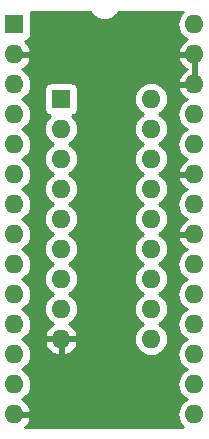
<source format=gbr>
G04 #@! TF.GenerationSoftware,KiCad,Pcbnew,(5.1.4)-1*
G04 #@! TF.CreationDate,2021-03-20T22:52:07-04:00*
G04 #@! TF.ProjectId,27C256_to_82s137,32374332-3536-45f7-946f-5f3832733133,rev?*
G04 #@! TF.SameCoordinates,Original*
G04 #@! TF.FileFunction,Copper,L2,Bot*
G04 #@! TF.FilePolarity,Positive*
%FSLAX46Y46*%
G04 Gerber Fmt 4.6, Leading zero omitted, Abs format (unit mm)*
G04 Created by KiCad (PCBNEW (5.1.4)-1) date 2021-03-20 22:52:07*
%MOMM*%
%LPD*%
G04 APERTURE LIST*
%ADD10O,1.600000X1.600000*%
%ADD11R,1.600000X1.600000*%
%ADD12C,0.254000*%
G04 APERTURE END LIST*
D10*
X170300000Y-83560000D03*
X162680000Y-103880000D03*
X170300000Y-86100000D03*
X162680000Y-101340000D03*
X170300000Y-88640000D03*
X162680000Y-98800000D03*
X170300000Y-91180000D03*
X162680000Y-96260000D03*
X170300000Y-93720000D03*
X162680000Y-93720000D03*
X170300000Y-96260000D03*
X162680000Y-91180000D03*
X170300000Y-98800000D03*
X162680000Y-88640000D03*
X170300000Y-101340000D03*
X162680000Y-86100000D03*
X170300000Y-103880000D03*
D11*
X162680000Y-83560000D03*
D10*
X173975001Y-77235001D03*
X158735001Y-110255001D03*
X173975001Y-79775001D03*
X158735001Y-107715001D03*
X173975001Y-82315001D03*
X158735001Y-105175001D03*
X173975001Y-84855001D03*
X158735001Y-102635001D03*
X173975001Y-87395001D03*
X158735001Y-100095001D03*
X173975001Y-89935001D03*
X158735001Y-97555001D03*
X173975001Y-92475001D03*
X158735001Y-95015001D03*
X173975001Y-95015001D03*
X158735001Y-92475001D03*
X173975001Y-97555001D03*
X158735001Y-89935001D03*
X173975001Y-100095001D03*
X158735001Y-87395001D03*
X173975001Y-102635001D03*
X158735001Y-84855001D03*
X173975001Y-105175001D03*
X158735001Y-82315001D03*
X173975001Y-107715001D03*
X158735001Y-79775001D03*
X173975001Y-110255001D03*
D11*
X158735001Y-77235001D03*
D12*
G36*
X165164235Y-76222123D02*
G01*
X165197672Y-76271695D01*
X165230438Y-76321768D01*
X165236263Y-76328909D01*
X165327077Y-76438685D01*
X165369494Y-76480807D01*
X165411376Y-76523576D01*
X165418477Y-76529450D01*
X165528884Y-76619496D01*
X165578721Y-76652608D01*
X165628068Y-76686396D01*
X165636174Y-76690779D01*
X165761969Y-76757665D01*
X165817261Y-76780454D01*
X165872257Y-76804026D01*
X165881060Y-76806751D01*
X166017451Y-76847929D01*
X166076117Y-76859545D01*
X166134638Y-76871984D01*
X166143803Y-76872947D01*
X166285594Y-76886850D01*
X166314440Y-76886850D01*
X166343116Y-76889964D01*
X166352331Y-76889996D01*
X166357427Y-76889978D01*
X166386095Y-76887065D01*
X166414912Y-76887266D01*
X166424083Y-76886367D01*
X166565774Y-76871475D01*
X166624390Y-76859443D01*
X166683134Y-76848237D01*
X166691956Y-76845573D01*
X166828055Y-76803443D01*
X166883173Y-76780273D01*
X166938662Y-76757855D01*
X166946798Y-76753528D01*
X167072123Y-76685765D01*
X167121695Y-76652328D01*
X167171768Y-76619562D01*
X167178909Y-76613737D01*
X167288685Y-76522923D01*
X167330807Y-76480506D01*
X167373576Y-76438624D01*
X167379450Y-76431523D01*
X167469496Y-76321116D01*
X167502608Y-76271279D01*
X167536396Y-76221932D01*
X167540779Y-76213826D01*
X167569399Y-76160000D01*
X173022890Y-76160000D01*
X172955393Y-76215393D01*
X172776069Y-76433900D01*
X172642819Y-76683193D01*
X172560765Y-76953692D01*
X172533058Y-77235001D01*
X172560765Y-77516310D01*
X172642819Y-77786809D01*
X172776069Y-78036102D01*
X172955393Y-78254609D01*
X173173900Y-78433933D01*
X173311683Y-78507580D01*
X173119870Y-78622616D01*
X172911482Y-78811587D01*
X172743964Y-79037581D01*
X172623755Y-79291914D01*
X172583097Y-79425962D01*
X172705086Y-79648001D01*
X173848001Y-79648001D01*
X173848001Y-79628001D01*
X174102001Y-79628001D01*
X174102001Y-79648001D01*
X174122001Y-79648001D01*
X174122001Y-79902001D01*
X174102001Y-79902001D01*
X174102001Y-82188001D01*
X174122001Y-82188001D01*
X174122001Y-82442001D01*
X174102001Y-82442001D01*
X174102001Y-82462001D01*
X173848001Y-82462001D01*
X173848001Y-82442001D01*
X172705086Y-82442001D01*
X172583097Y-82664040D01*
X172623755Y-82798088D01*
X172743964Y-83052421D01*
X172911482Y-83278415D01*
X173119870Y-83467386D01*
X173311683Y-83582422D01*
X173173900Y-83656069D01*
X172955393Y-83835393D01*
X172776069Y-84053900D01*
X172642819Y-84303193D01*
X172560765Y-84573692D01*
X172533058Y-84855001D01*
X172560765Y-85136310D01*
X172642819Y-85406809D01*
X172776069Y-85656102D01*
X172955393Y-85874609D01*
X173173900Y-86053933D01*
X173306859Y-86125001D01*
X173173900Y-86196069D01*
X172955393Y-86375393D01*
X172776069Y-86593900D01*
X172642819Y-86843193D01*
X172560765Y-87113692D01*
X172533058Y-87395001D01*
X172560765Y-87676310D01*
X172642819Y-87946809D01*
X172776069Y-88196102D01*
X172955393Y-88414609D01*
X173173900Y-88593933D01*
X173311683Y-88667580D01*
X173119870Y-88782616D01*
X172911482Y-88971587D01*
X172743964Y-89197581D01*
X172623755Y-89451914D01*
X172583097Y-89585962D01*
X172705086Y-89808001D01*
X173848001Y-89808001D01*
X173848001Y-89788001D01*
X174102001Y-89788001D01*
X174102001Y-89808001D01*
X174122001Y-89808001D01*
X174122001Y-90062001D01*
X174102001Y-90062001D01*
X174102001Y-90082001D01*
X173848001Y-90082001D01*
X173848001Y-90062001D01*
X172705086Y-90062001D01*
X172583097Y-90284040D01*
X172623755Y-90418088D01*
X172743964Y-90672421D01*
X172911482Y-90898415D01*
X173119870Y-91087386D01*
X173311683Y-91202422D01*
X173173900Y-91276069D01*
X172955393Y-91455393D01*
X172776069Y-91673900D01*
X172642819Y-91923193D01*
X172560765Y-92193692D01*
X172533058Y-92475001D01*
X172560765Y-92756310D01*
X172642819Y-93026809D01*
X172776069Y-93276102D01*
X172955393Y-93494609D01*
X173173900Y-93673933D01*
X173311683Y-93747580D01*
X173119870Y-93862616D01*
X172911482Y-94051587D01*
X172743964Y-94277581D01*
X172623755Y-94531914D01*
X172583097Y-94665962D01*
X172705086Y-94888001D01*
X173848001Y-94888001D01*
X173848001Y-94868001D01*
X174102001Y-94868001D01*
X174102001Y-94888001D01*
X174122001Y-94888001D01*
X174122001Y-95142001D01*
X174102001Y-95142001D01*
X174102001Y-95162001D01*
X173848001Y-95162001D01*
X173848001Y-95142001D01*
X172705086Y-95142001D01*
X172583097Y-95364040D01*
X172623755Y-95498088D01*
X172743964Y-95752421D01*
X172911482Y-95978415D01*
X173119870Y-96167386D01*
X173311683Y-96282422D01*
X173173900Y-96356069D01*
X172955393Y-96535393D01*
X172776069Y-96753900D01*
X172642819Y-97003193D01*
X172560765Y-97273692D01*
X172533058Y-97555001D01*
X172560765Y-97836310D01*
X172642819Y-98106809D01*
X172776069Y-98356102D01*
X172955393Y-98574609D01*
X173173900Y-98753933D01*
X173306859Y-98825001D01*
X173173900Y-98896069D01*
X172955393Y-99075393D01*
X172776069Y-99293900D01*
X172642819Y-99543193D01*
X172560765Y-99813692D01*
X172533058Y-100095001D01*
X172560765Y-100376310D01*
X172642819Y-100646809D01*
X172776069Y-100896102D01*
X172955393Y-101114609D01*
X173173900Y-101293933D01*
X173306859Y-101365001D01*
X173173900Y-101436069D01*
X172955393Y-101615393D01*
X172776069Y-101833900D01*
X172642819Y-102083193D01*
X172560765Y-102353692D01*
X172533058Y-102635001D01*
X172560765Y-102916310D01*
X172642819Y-103186809D01*
X172776069Y-103436102D01*
X172955393Y-103654609D01*
X173173900Y-103833933D01*
X173306859Y-103905001D01*
X173173900Y-103976069D01*
X172955393Y-104155393D01*
X172776069Y-104373900D01*
X172642819Y-104623193D01*
X172560765Y-104893692D01*
X172533058Y-105175001D01*
X172560765Y-105456310D01*
X172642819Y-105726809D01*
X172776069Y-105976102D01*
X172955393Y-106194609D01*
X173173900Y-106373933D01*
X173306859Y-106445001D01*
X173173900Y-106516069D01*
X172955393Y-106695393D01*
X172776069Y-106913900D01*
X172642819Y-107163193D01*
X172560765Y-107433692D01*
X172533058Y-107715001D01*
X172560765Y-107996310D01*
X172642819Y-108266809D01*
X172776069Y-108516102D01*
X172955393Y-108734609D01*
X173173900Y-108913933D01*
X173306859Y-108985001D01*
X173173900Y-109056069D01*
X172955393Y-109235393D01*
X172776069Y-109453900D01*
X172642819Y-109703193D01*
X172560765Y-109973692D01*
X172533058Y-110255001D01*
X172560765Y-110536310D01*
X172642819Y-110806809D01*
X172776069Y-111056102D01*
X172955393Y-111274609D01*
X173035072Y-111340000D01*
X159664442Y-111340000D01*
X159798520Y-111218415D01*
X159966038Y-110992421D01*
X160086247Y-110738088D01*
X160126905Y-110604040D01*
X160004916Y-110382001D01*
X158862001Y-110382001D01*
X158862001Y-110402001D01*
X158608001Y-110402001D01*
X158608001Y-110382001D01*
X158588001Y-110382001D01*
X158588001Y-110128001D01*
X158608001Y-110128001D01*
X158608001Y-110108001D01*
X158862001Y-110108001D01*
X158862001Y-110128001D01*
X160004916Y-110128001D01*
X160126905Y-109905962D01*
X160086247Y-109771914D01*
X159966038Y-109517581D01*
X159798520Y-109291587D01*
X159590132Y-109102616D01*
X159398319Y-108987580D01*
X159536102Y-108913933D01*
X159754609Y-108734609D01*
X159933933Y-108516102D01*
X160067183Y-108266809D01*
X160149237Y-107996310D01*
X160176944Y-107715001D01*
X160149237Y-107433692D01*
X160067183Y-107163193D01*
X159933933Y-106913900D01*
X159754609Y-106695393D01*
X159536102Y-106516069D01*
X159403143Y-106445001D01*
X159536102Y-106373933D01*
X159754609Y-106194609D01*
X159933933Y-105976102D01*
X160067183Y-105726809D01*
X160149237Y-105456310D01*
X160176944Y-105175001D01*
X160149237Y-104893692D01*
X160067183Y-104623193D01*
X159933933Y-104373900D01*
X159815049Y-104229039D01*
X161288096Y-104229039D01*
X161328754Y-104363087D01*
X161448963Y-104617420D01*
X161616481Y-104843414D01*
X161824869Y-105032385D01*
X162066119Y-105177070D01*
X162330960Y-105271909D01*
X162553000Y-105150624D01*
X162553000Y-104007000D01*
X162807000Y-104007000D01*
X162807000Y-105150624D01*
X163029040Y-105271909D01*
X163293881Y-105177070D01*
X163535131Y-105032385D01*
X163743519Y-104843414D01*
X163911037Y-104617420D01*
X164031246Y-104363087D01*
X164071904Y-104229039D01*
X163949915Y-104007000D01*
X162807000Y-104007000D01*
X162553000Y-104007000D01*
X161410085Y-104007000D01*
X161288096Y-104229039D01*
X159815049Y-104229039D01*
X159754609Y-104155393D01*
X159536102Y-103976069D01*
X159403143Y-103905001D01*
X159536102Y-103833933D01*
X159754609Y-103654609D01*
X159933933Y-103436102D01*
X160067183Y-103186809D01*
X160149237Y-102916310D01*
X160176944Y-102635001D01*
X160149237Y-102353692D01*
X160067183Y-102083193D01*
X159933933Y-101833900D01*
X159754609Y-101615393D01*
X159536102Y-101436069D01*
X159403143Y-101365001D01*
X159536102Y-101293933D01*
X159754609Y-101114609D01*
X159933933Y-100896102D01*
X160067183Y-100646809D01*
X160149237Y-100376310D01*
X160176944Y-100095001D01*
X160149237Y-99813692D01*
X160067183Y-99543193D01*
X159933933Y-99293900D01*
X159754609Y-99075393D01*
X159536102Y-98896069D01*
X159403143Y-98825001D01*
X159536102Y-98753933D01*
X159754609Y-98574609D01*
X159933933Y-98356102D01*
X160067183Y-98106809D01*
X160149237Y-97836310D01*
X160176944Y-97555001D01*
X160149237Y-97273692D01*
X160067183Y-97003193D01*
X159933933Y-96753900D01*
X159754609Y-96535393D01*
X159536102Y-96356069D01*
X159403143Y-96285001D01*
X159536102Y-96213933D01*
X159754609Y-96034609D01*
X159933933Y-95816102D01*
X160067183Y-95566809D01*
X160149237Y-95296310D01*
X160176944Y-95015001D01*
X160149237Y-94733692D01*
X160067183Y-94463193D01*
X159933933Y-94213900D01*
X159754609Y-93995393D01*
X159536102Y-93816069D01*
X159403143Y-93745001D01*
X159536102Y-93673933D01*
X159754609Y-93494609D01*
X159933933Y-93276102D01*
X160067183Y-93026809D01*
X160149237Y-92756310D01*
X160176944Y-92475001D01*
X160149237Y-92193692D01*
X160067183Y-91923193D01*
X159933933Y-91673900D01*
X159754609Y-91455393D01*
X159536102Y-91276069D01*
X159403143Y-91205001D01*
X159536102Y-91133933D01*
X159754609Y-90954609D01*
X159933933Y-90736102D01*
X160067183Y-90486809D01*
X160149237Y-90216310D01*
X160176944Y-89935001D01*
X160149237Y-89653692D01*
X160067183Y-89383193D01*
X159933933Y-89133900D01*
X159754609Y-88915393D01*
X159536102Y-88736069D01*
X159403143Y-88665001D01*
X159536102Y-88593933D01*
X159754609Y-88414609D01*
X159933933Y-88196102D01*
X160067183Y-87946809D01*
X160149237Y-87676310D01*
X160176944Y-87395001D01*
X160149237Y-87113692D01*
X160067183Y-86843193D01*
X159933933Y-86593900D01*
X159754609Y-86375393D01*
X159536102Y-86196069D01*
X159403143Y-86125001D01*
X159449916Y-86100000D01*
X161238057Y-86100000D01*
X161265764Y-86381309D01*
X161347818Y-86651808D01*
X161481068Y-86901101D01*
X161660392Y-87119608D01*
X161878899Y-87298932D01*
X162011858Y-87370000D01*
X161878899Y-87441068D01*
X161660392Y-87620392D01*
X161481068Y-87838899D01*
X161347818Y-88088192D01*
X161265764Y-88358691D01*
X161238057Y-88640000D01*
X161265764Y-88921309D01*
X161347818Y-89191808D01*
X161481068Y-89441101D01*
X161660392Y-89659608D01*
X161878899Y-89838932D01*
X162011858Y-89910000D01*
X161878899Y-89981068D01*
X161660392Y-90160392D01*
X161481068Y-90378899D01*
X161347818Y-90628192D01*
X161265764Y-90898691D01*
X161238057Y-91180000D01*
X161265764Y-91461309D01*
X161347818Y-91731808D01*
X161481068Y-91981101D01*
X161660392Y-92199608D01*
X161878899Y-92378932D01*
X162011858Y-92450000D01*
X161878899Y-92521068D01*
X161660392Y-92700392D01*
X161481068Y-92918899D01*
X161347818Y-93168192D01*
X161265764Y-93438691D01*
X161238057Y-93720000D01*
X161265764Y-94001309D01*
X161347818Y-94271808D01*
X161481068Y-94521101D01*
X161660392Y-94739608D01*
X161878899Y-94918932D01*
X162011858Y-94990000D01*
X161878899Y-95061068D01*
X161660392Y-95240392D01*
X161481068Y-95458899D01*
X161347818Y-95708192D01*
X161265764Y-95978691D01*
X161238057Y-96260000D01*
X161265764Y-96541309D01*
X161347818Y-96811808D01*
X161481068Y-97061101D01*
X161660392Y-97279608D01*
X161878899Y-97458932D01*
X162011858Y-97530000D01*
X161878899Y-97601068D01*
X161660392Y-97780392D01*
X161481068Y-97998899D01*
X161347818Y-98248192D01*
X161265764Y-98518691D01*
X161238057Y-98800000D01*
X161265764Y-99081309D01*
X161347818Y-99351808D01*
X161481068Y-99601101D01*
X161660392Y-99819608D01*
X161878899Y-99998932D01*
X162011858Y-100070000D01*
X161878899Y-100141068D01*
X161660392Y-100320392D01*
X161481068Y-100538899D01*
X161347818Y-100788192D01*
X161265764Y-101058691D01*
X161238057Y-101340000D01*
X161265764Y-101621309D01*
X161347818Y-101891808D01*
X161481068Y-102141101D01*
X161660392Y-102359608D01*
X161878899Y-102538932D01*
X162016682Y-102612579D01*
X161824869Y-102727615D01*
X161616481Y-102916586D01*
X161448963Y-103142580D01*
X161328754Y-103396913D01*
X161288096Y-103530961D01*
X161410085Y-103753000D01*
X162553000Y-103753000D01*
X162553000Y-103733000D01*
X162807000Y-103733000D01*
X162807000Y-103753000D01*
X163949915Y-103753000D01*
X164071904Y-103530961D01*
X164031246Y-103396913D01*
X163911037Y-103142580D01*
X163743519Y-102916586D01*
X163535131Y-102727615D01*
X163343318Y-102612579D01*
X163481101Y-102538932D01*
X163699608Y-102359608D01*
X163878932Y-102141101D01*
X164012182Y-101891808D01*
X164094236Y-101621309D01*
X164121943Y-101340000D01*
X164094236Y-101058691D01*
X164012182Y-100788192D01*
X163878932Y-100538899D01*
X163699608Y-100320392D01*
X163481101Y-100141068D01*
X163348142Y-100070000D01*
X163481101Y-99998932D01*
X163699608Y-99819608D01*
X163878932Y-99601101D01*
X164012182Y-99351808D01*
X164094236Y-99081309D01*
X164121943Y-98800000D01*
X164094236Y-98518691D01*
X164012182Y-98248192D01*
X163878932Y-97998899D01*
X163699608Y-97780392D01*
X163481101Y-97601068D01*
X163348142Y-97530000D01*
X163481101Y-97458932D01*
X163699608Y-97279608D01*
X163878932Y-97061101D01*
X164012182Y-96811808D01*
X164094236Y-96541309D01*
X164121943Y-96260000D01*
X164094236Y-95978691D01*
X164012182Y-95708192D01*
X163878932Y-95458899D01*
X163699608Y-95240392D01*
X163481101Y-95061068D01*
X163348142Y-94990000D01*
X163481101Y-94918932D01*
X163699608Y-94739608D01*
X163878932Y-94521101D01*
X164012182Y-94271808D01*
X164094236Y-94001309D01*
X164121943Y-93720000D01*
X164094236Y-93438691D01*
X164012182Y-93168192D01*
X163878932Y-92918899D01*
X163699608Y-92700392D01*
X163481101Y-92521068D01*
X163348142Y-92450000D01*
X163481101Y-92378932D01*
X163699608Y-92199608D01*
X163878932Y-91981101D01*
X164012182Y-91731808D01*
X164094236Y-91461309D01*
X164121943Y-91180000D01*
X164094236Y-90898691D01*
X164012182Y-90628192D01*
X163878932Y-90378899D01*
X163699608Y-90160392D01*
X163481101Y-89981068D01*
X163348142Y-89910000D01*
X163481101Y-89838932D01*
X163699608Y-89659608D01*
X163878932Y-89441101D01*
X164012182Y-89191808D01*
X164094236Y-88921309D01*
X164121943Y-88640000D01*
X164094236Y-88358691D01*
X164012182Y-88088192D01*
X163878932Y-87838899D01*
X163699608Y-87620392D01*
X163481101Y-87441068D01*
X163348142Y-87370000D01*
X163481101Y-87298932D01*
X163699608Y-87119608D01*
X163878932Y-86901101D01*
X164012182Y-86651808D01*
X164094236Y-86381309D01*
X164121943Y-86100000D01*
X164094236Y-85818691D01*
X164012182Y-85548192D01*
X163878932Y-85298899D01*
X163699608Y-85080392D01*
X163586518Y-84987581D01*
X163604482Y-84985812D01*
X163724180Y-84949502D01*
X163834494Y-84890537D01*
X163931185Y-84811185D01*
X164010537Y-84714494D01*
X164069502Y-84604180D01*
X164105812Y-84484482D01*
X164118072Y-84360000D01*
X164118072Y-83560000D01*
X168858057Y-83560000D01*
X168885764Y-83841309D01*
X168967818Y-84111808D01*
X169101068Y-84361101D01*
X169280392Y-84579608D01*
X169498899Y-84758932D01*
X169631858Y-84830000D01*
X169498899Y-84901068D01*
X169280392Y-85080392D01*
X169101068Y-85298899D01*
X168967818Y-85548192D01*
X168885764Y-85818691D01*
X168858057Y-86100000D01*
X168885764Y-86381309D01*
X168967818Y-86651808D01*
X169101068Y-86901101D01*
X169280392Y-87119608D01*
X169498899Y-87298932D01*
X169631858Y-87370000D01*
X169498899Y-87441068D01*
X169280392Y-87620392D01*
X169101068Y-87838899D01*
X168967818Y-88088192D01*
X168885764Y-88358691D01*
X168858057Y-88640000D01*
X168885764Y-88921309D01*
X168967818Y-89191808D01*
X169101068Y-89441101D01*
X169280392Y-89659608D01*
X169498899Y-89838932D01*
X169631858Y-89910000D01*
X169498899Y-89981068D01*
X169280392Y-90160392D01*
X169101068Y-90378899D01*
X168967818Y-90628192D01*
X168885764Y-90898691D01*
X168858057Y-91180000D01*
X168885764Y-91461309D01*
X168967818Y-91731808D01*
X169101068Y-91981101D01*
X169280392Y-92199608D01*
X169498899Y-92378932D01*
X169631858Y-92450000D01*
X169498899Y-92521068D01*
X169280392Y-92700392D01*
X169101068Y-92918899D01*
X168967818Y-93168192D01*
X168885764Y-93438691D01*
X168858057Y-93720000D01*
X168885764Y-94001309D01*
X168967818Y-94271808D01*
X169101068Y-94521101D01*
X169280392Y-94739608D01*
X169498899Y-94918932D01*
X169631858Y-94990000D01*
X169498899Y-95061068D01*
X169280392Y-95240392D01*
X169101068Y-95458899D01*
X168967818Y-95708192D01*
X168885764Y-95978691D01*
X168858057Y-96260000D01*
X168885764Y-96541309D01*
X168967818Y-96811808D01*
X169101068Y-97061101D01*
X169280392Y-97279608D01*
X169498899Y-97458932D01*
X169631858Y-97530000D01*
X169498899Y-97601068D01*
X169280392Y-97780392D01*
X169101068Y-97998899D01*
X168967818Y-98248192D01*
X168885764Y-98518691D01*
X168858057Y-98800000D01*
X168885764Y-99081309D01*
X168967818Y-99351808D01*
X169101068Y-99601101D01*
X169280392Y-99819608D01*
X169498899Y-99998932D01*
X169631858Y-100070000D01*
X169498899Y-100141068D01*
X169280392Y-100320392D01*
X169101068Y-100538899D01*
X168967818Y-100788192D01*
X168885764Y-101058691D01*
X168858057Y-101340000D01*
X168885764Y-101621309D01*
X168967818Y-101891808D01*
X169101068Y-102141101D01*
X169280392Y-102359608D01*
X169498899Y-102538932D01*
X169631858Y-102610000D01*
X169498899Y-102681068D01*
X169280392Y-102860392D01*
X169101068Y-103078899D01*
X168967818Y-103328192D01*
X168885764Y-103598691D01*
X168858057Y-103880000D01*
X168885764Y-104161309D01*
X168967818Y-104431808D01*
X169101068Y-104681101D01*
X169280392Y-104899608D01*
X169498899Y-105078932D01*
X169748192Y-105212182D01*
X170018691Y-105294236D01*
X170229508Y-105315000D01*
X170370492Y-105315000D01*
X170581309Y-105294236D01*
X170851808Y-105212182D01*
X171101101Y-105078932D01*
X171319608Y-104899608D01*
X171498932Y-104681101D01*
X171632182Y-104431808D01*
X171714236Y-104161309D01*
X171741943Y-103880000D01*
X171714236Y-103598691D01*
X171632182Y-103328192D01*
X171498932Y-103078899D01*
X171319608Y-102860392D01*
X171101101Y-102681068D01*
X170968142Y-102610000D01*
X171101101Y-102538932D01*
X171319608Y-102359608D01*
X171498932Y-102141101D01*
X171632182Y-101891808D01*
X171714236Y-101621309D01*
X171741943Y-101340000D01*
X171714236Y-101058691D01*
X171632182Y-100788192D01*
X171498932Y-100538899D01*
X171319608Y-100320392D01*
X171101101Y-100141068D01*
X170968142Y-100070000D01*
X171101101Y-99998932D01*
X171319608Y-99819608D01*
X171498932Y-99601101D01*
X171632182Y-99351808D01*
X171714236Y-99081309D01*
X171741943Y-98800000D01*
X171714236Y-98518691D01*
X171632182Y-98248192D01*
X171498932Y-97998899D01*
X171319608Y-97780392D01*
X171101101Y-97601068D01*
X170968142Y-97530000D01*
X171101101Y-97458932D01*
X171319608Y-97279608D01*
X171498932Y-97061101D01*
X171632182Y-96811808D01*
X171714236Y-96541309D01*
X171741943Y-96260000D01*
X171714236Y-95978691D01*
X171632182Y-95708192D01*
X171498932Y-95458899D01*
X171319608Y-95240392D01*
X171101101Y-95061068D01*
X170968142Y-94990000D01*
X171101101Y-94918932D01*
X171319608Y-94739608D01*
X171498932Y-94521101D01*
X171632182Y-94271808D01*
X171714236Y-94001309D01*
X171741943Y-93720000D01*
X171714236Y-93438691D01*
X171632182Y-93168192D01*
X171498932Y-92918899D01*
X171319608Y-92700392D01*
X171101101Y-92521068D01*
X170968142Y-92450000D01*
X171101101Y-92378932D01*
X171319608Y-92199608D01*
X171498932Y-91981101D01*
X171632182Y-91731808D01*
X171714236Y-91461309D01*
X171741943Y-91180000D01*
X171714236Y-90898691D01*
X171632182Y-90628192D01*
X171498932Y-90378899D01*
X171319608Y-90160392D01*
X171101101Y-89981068D01*
X170968142Y-89910000D01*
X171101101Y-89838932D01*
X171319608Y-89659608D01*
X171498932Y-89441101D01*
X171632182Y-89191808D01*
X171714236Y-88921309D01*
X171741943Y-88640000D01*
X171714236Y-88358691D01*
X171632182Y-88088192D01*
X171498932Y-87838899D01*
X171319608Y-87620392D01*
X171101101Y-87441068D01*
X170968142Y-87370000D01*
X171101101Y-87298932D01*
X171319608Y-87119608D01*
X171498932Y-86901101D01*
X171632182Y-86651808D01*
X171714236Y-86381309D01*
X171741943Y-86100000D01*
X171714236Y-85818691D01*
X171632182Y-85548192D01*
X171498932Y-85298899D01*
X171319608Y-85080392D01*
X171101101Y-84901068D01*
X170968142Y-84830000D01*
X171101101Y-84758932D01*
X171319608Y-84579608D01*
X171498932Y-84361101D01*
X171632182Y-84111808D01*
X171714236Y-83841309D01*
X171741943Y-83560000D01*
X171714236Y-83278691D01*
X171632182Y-83008192D01*
X171498932Y-82758899D01*
X171319608Y-82540392D01*
X171101101Y-82361068D01*
X170851808Y-82227818D01*
X170581309Y-82145764D01*
X170370492Y-82125000D01*
X170229508Y-82125000D01*
X170018691Y-82145764D01*
X169748192Y-82227818D01*
X169498899Y-82361068D01*
X169280392Y-82540392D01*
X169101068Y-82758899D01*
X168967818Y-83008192D01*
X168885764Y-83278691D01*
X168858057Y-83560000D01*
X164118072Y-83560000D01*
X164118072Y-82760000D01*
X164105812Y-82635518D01*
X164069502Y-82515820D01*
X164010537Y-82405506D01*
X163931185Y-82308815D01*
X163834494Y-82229463D01*
X163724180Y-82170498D01*
X163604482Y-82134188D01*
X163480000Y-82121928D01*
X161880000Y-82121928D01*
X161755518Y-82134188D01*
X161635820Y-82170498D01*
X161525506Y-82229463D01*
X161428815Y-82308815D01*
X161349463Y-82405506D01*
X161290498Y-82515820D01*
X161254188Y-82635518D01*
X161241928Y-82760000D01*
X161241928Y-84360000D01*
X161254188Y-84484482D01*
X161290498Y-84604180D01*
X161349463Y-84714494D01*
X161428815Y-84811185D01*
X161525506Y-84890537D01*
X161635820Y-84949502D01*
X161755518Y-84985812D01*
X161773482Y-84987581D01*
X161660392Y-85080392D01*
X161481068Y-85298899D01*
X161347818Y-85548192D01*
X161265764Y-85818691D01*
X161238057Y-86100000D01*
X159449916Y-86100000D01*
X159536102Y-86053933D01*
X159754609Y-85874609D01*
X159933933Y-85656102D01*
X160067183Y-85406809D01*
X160149237Y-85136310D01*
X160176944Y-84855001D01*
X160149237Y-84573692D01*
X160067183Y-84303193D01*
X159933933Y-84053900D01*
X159754609Y-83835393D01*
X159536102Y-83656069D01*
X159403143Y-83585001D01*
X159536102Y-83513933D01*
X159754609Y-83334609D01*
X159933933Y-83116102D01*
X160067183Y-82866809D01*
X160149237Y-82596310D01*
X160176944Y-82315001D01*
X160149237Y-82033692D01*
X160067183Y-81763193D01*
X159933933Y-81513900D01*
X159754609Y-81295393D01*
X159536102Y-81116069D01*
X159398319Y-81042422D01*
X159590132Y-80927386D01*
X159798520Y-80738415D01*
X159966038Y-80512421D01*
X160086247Y-80258088D01*
X160126905Y-80124040D01*
X172583097Y-80124040D01*
X172623755Y-80258088D01*
X172743964Y-80512421D01*
X172911482Y-80738415D01*
X173119870Y-80927386D01*
X173315983Y-81045001D01*
X173119870Y-81162616D01*
X172911482Y-81351587D01*
X172743964Y-81577581D01*
X172623755Y-81831914D01*
X172583097Y-81965962D01*
X172705086Y-82188001D01*
X173848001Y-82188001D01*
X173848001Y-79902001D01*
X172705086Y-79902001D01*
X172583097Y-80124040D01*
X160126905Y-80124040D01*
X160004916Y-79902001D01*
X158862001Y-79902001D01*
X158862001Y-79922001D01*
X158608001Y-79922001D01*
X158608001Y-79902001D01*
X158588001Y-79902001D01*
X158588001Y-79648001D01*
X158608001Y-79648001D01*
X158608001Y-79628001D01*
X158862001Y-79628001D01*
X158862001Y-79648001D01*
X160004916Y-79648001D01*
X160126905Y-79425962D01*
X160086247Y-79291914D01*
X159966038Y-79037581D01*
X159798520Y-78811587D01*
X159634921Y-78663232D01*
X159659483Y-78660813D01*
X159779181Y-78624503D01*
X159889495Y-78565538D01*
X159986186Y-78486186D01*
X160065538Y-78389495D01*
X160124503Y-78279181D01*
X160160813Y-78159483D01*
X160173073Y-78035001D01*
X160173073Y-76435001D01*
X160160813Y-76310519D01*
X160124503Y-76190821D01*
X160108029Y-76160000D01*
X165130645Y-76160000D01*
X165164235Y-76222123D01*
X165164235Y-76222123D01*
G37*
X165164235Y-76222123D02*
X165197672Y-76271695D01*
X165230438Y-76321768D01*
X165236263Y-76328909D01*
X165327077Y-76438685D01*
X165369494Y-76480807D01*
X165411376Y-76523576D01*
X165418477Y-76529450D01*
X165528884Y-76619496D01*
X165578721Y-76652608D01*
X165628068Y-76686396D01*
X165636174Y-76690779D01*
X165761969Y-76757665D01*
X165817261Y-76780454D01*
X165872257Y-76804026D01*
X165881060Y-76806751D01*
X166017451Y-76847929D01*
X166076117Y-76859545D01*
X166134638Y-76871984D01*
X166143803Y-76872947D01*
X166285594Y-76886850D01*
X166314440Y-76886850D01*
X166343116Y-76889964D01*
X166352331Y-76889996D01*
X166357427Y-76889978D01*
X166386095Y-76887065D01*
X166414912Y-76887266D01*
X166424083Y-76886367D01*
X166565774Y-76871475D01*
X166624390Y-76859443D01*
X166683134Y-76848237D01*
X166691956Y-76845573D01*
X166828055Y-76803443D01*
X166883173Y-76780273D01*
X166938662Y-76757855D01*
X166946798Y-76753528D01*
X167072123Y-76685765D01*
X167121695Y-76652328D01*
X167171768Y-76619562D01*
X167178909Y-76613737D01*
X167288685Y-76522923D01*
X167330807Y-76480506D01*
X167373576Y-76438624D01*
X167379450Y-76431523D01*
X167469496Y-76321116D01*
X167502608Y-76271279D01*
X167536396Y-76221932D01*
X167540779Y-76213826D01*
X167569399Y-76160000D01*
X173022890Y-76160000D01*
X172955393Y-76215393D01*
X172776069Y-76433900D01*
X172642819Y-76683193D01*
X172560765Y-76953692D01*
X172533058Y-77235001D01*
X172560765Y-77516310D01*
X172642819Y-77786809D01*
X172776069Y-78036102D01*
X172955393Y-78254609D01*
X173173900Y-78433933D01*
X173311683Y-78507580D01*
X173119870Y-78622616D01*
X172911482Y-78811587D01*
X172743964Y-79037581D01*
X172623755Y-79291914D01*
X172583097Y-79425962D01*
X172705086Y-79648001D01*
X173848001Y-79648001D01*
X173848001Y-79628001D01*
X174102001Y-79628001D01*
X174102001Y-79648001D01*
X174122001Y-79648001D01*
X174122001Y-79902001D01*
X174102001Y-79902001D01*
X174102001Y-82188001D01*
X174122001Y-82188001D01*
X174122001Y-82442001D01*
X174102001Y-82442001D01*
X174102001Y-82462001D01*
X173848001Y-82462001D01*
X173848001Y-82442001D01*
X172705086Y-82442001D01*
X172583097Y-82664040D01*
X172623755Y-82798088D01*
X172743964Y-83052421D01*
X172911482Y-83278415D01*
X173119870Y-83467386D01*
X173311683Y-83582422D01*
X173173900Y-83656069D01*
X172955393Y-83835393D01*
X172776069Y-84053900D01*
X172642819Y-84303193D01*
X172560765Y-84573692D01*
X172533058Y-84855001D01*
X172560765Y-85136310D01*
X172642819Y-85406809D01*
X172776069Y-85656102D01*
X172955393Y-85874609D01*
X173173900Y-86053933D01*
X173306859Y-86125001D01*
X173173900Y-86196069D01*
X172955393Y-86375393D01*
X172776069Y-86593900D01*
X172642819Y-86843193D01*
X172560765Y-87113692D01*
X172533058Y-87395001D01*
X172560765Y-87676310D01*
X172642819Y-87946809D01*
X172776069Y-88196102D01*
X172955393Y-88414609D01*
X173173900Y-88593933D01*
X173311683Y-88667580D01*
X173119870Y-88782616D01*
X172911482Y-88971587D01*
X172743964Y-89197581D01*
X172623755Y-89451914D01*
X172583097Y-89585962D01*
X172705086Y-89808001D01*
X173848001Y-89808001D01*
X173848001Y-89788001D01*
X174102001Y-89788001D01*
X174102001Y-89808001D01*
X174122001Y-89808001D01*
X174122001Y-90062001D01*
X174102001Y-90062001D01*
X174102001Y-90082001D01*
X173848001Y-90082001D01*
X173848001Y-90062001D01*
X172705086Y-90062001D01*
X172583097Y-90284040D01*
X172623755Y-90418088D01*
X172743964Y-90672421D01*
X172911482Y-90898415D01*
X173119870Y-91087386D01*
X173311683Y-91202422D01*
X173173900Y-91276069D01*
X172955393Y-91455393D01*
X172776069Y-91673900D01*
X172642819Y-91923193D01*
X172560765Y-92193692D01*
X172533058Y-92475001D01*
X172560765Y-92756310D01*
X172642819Y-93026809D01*
X172776069Y-93276102D01*
X172955393Y-93494609D01*
X173173900Y-93673933D01*
X173311683Y-93747580D01*
X173119870Y-93862616D01*
X172911482Y-94051587D01*
X172743964Y-94277581D01*
X172623755Y-94531914D01*
X172583097Y-94665962D01*
X172705086Y-94888001D01*
X173848001Y-94888001D01*
X173848001Y-94868001D01*
X174102001Y-94868001D01*
X174102001Y-94888001D01*
X174122001Y-94888001D01*
X174122001Y-95142001D01*
X174102001Y-95142001D01*
X174102001Y-95162001D01*
X173848001Y-95162001D01*
X173848001Y-95142001D01*
X172705086Y-95142001D01*
X172583097Y-95364040D01*
X172623755Y-95498088D01*
X172743964Y-95752421D01*
X172911482Y-95978415D01*
X173119870Y-96167386D01*
X173311683Y-96282422D01*
X173173900Y-96356069D01*
X172955393Y-96535393D01*
X172776069Y-96753900D01*
X172642819Y-97003193D01*
X172560765Y-97273692D01*
X172533058Y-97555001D01*
X172560765Y-97836310D01*
X172642819Y-98106809D01*
X172776069Y-98356102D01*
X172955393Y-98574609D01*
X173173900Y-98753933D01*
X173306859Y-98825001D01*
X173173900Y-98896069D01*
X172955393Y-99075393D01*
X172776069Y-99293900D01*
X172642819Y-99543193D01*
X172560765Y-99813692D01*
X172533058Y-100095001D01*
X172560765Y-100376310D01*
X172642819Y-100646809D01*
X172776069Y-100896102D01*
X172955393Y-101114609D01*
X173173900Y-101293933D01*
X173306859Y-101365001D01*
X173173900Y-101436069D01*
X172955393Y-101615393D01*
X172776069Y-101833900D01*
X172642819Y-102083193D01*
X172560765Y-102353692D01*
X172533058Y-102635001D01*
X172560765Y-102916310D01*
X172642819Y-103186809D01*
X172776069Y-103436102D01*
X172955393Y-103654609D01*
X173173900Y-103833933D01*
X173306859Y-103905001D01*
X173173900Y-103976069D01*
X172955393Y-104155393D01*
X172776069Y-104373900D01*
X172642819Y-104623193D01*
X172560765Y-104893692D01*
X172533058Y-105175001D01*
X172560765Y-105456310D01*
X172642819Y-105726809D01*
X172776069Y-105976102D01*
X172955393Y-106194609D01*
X173173900Y-106373933D01*
X173306859Y-106445001D01*
X173173900Y-106516069D01*
X172955393Y-106695393D01*
X172776069Y-106913900D01*
X172642819Y-107163193D01*
X172560765Y-107433692D01*
X172533058Y-107715001D01*
X172560765Y-107996310D01*
X172642819Y-108266809D01*
X172776069Y-108516102D01*
X172955393Y-108734609D01*
X173173900Y-108913933D01*
X173306859Y-108985001D01*
X173173900Y-109056069D01*
X172955393Y-109235393D01*
X172776069Y-109453900D01*
X172642819Y-109703193D01*
X172560765Y-109973692D01*
X172533058Y-110255001D01*
X172560765Y-110536310D01*
X172642819Y-110806809D01*
X172776069Y-111056102D01*
X172955393Y-111274609D01*
X173035072Y-111340000D01*
X159664442Y-111340000D01*
X159798520Y-111218415D01*
X159966038Y-110992421D01*
X160086247Y-110738088D01*
X160126905Y-110604040D01*
X160004916Y-110382001D01*
X158862001Y-110382001D01*
X158862001Y-110402001D01*
X158608001Y-110402001D01*
X158608001Y-110382001D01*
X158588001Y-110382001D01*
X158588001Y-110128001D01*
X158608001Y-110128001D01*
X158608001Y-110108001D01*
X158862001Y-110108001D01*
X158862001Y-110128001D01*
X160004916Y-110128001D01*
X160126905Y-109905962D01*
X160086247Y-109771914D01*
X159966038Y-109517581D01*
X159798520Y-109291587D01*
X159590132Y-109102616D01*
X159398319Y-108987580D01*
X159536102Y-108913933D01*
X159754609Y-108734609D01*
X159933933Y-108516102D01*
X160067183Y-108266809D01*
X160149237Y-107996310D01*
X160176944Y-107715001D01*
X160149237Y-107433692D01*
X160067183Y-107163193D01*
X159933933Y-106913900D01*
X159754609Y-106695393D01*
X159536102Y-106516069D01*
X159403143Y-106445001D01*
X159536102Y-106373933D01*
X159754609Y-106194609D01*
X159933933Y-105976102D01*
X160067183Y-105726809D01*
X160149237Y-105456310D01*
X160176944Y-105175001D01*
X160149237Y-104893692D01*
X160067183Y-104623193D01*
X159933933Y-104373900D01*
X159815049Y-104229039D01*
X161288096Y-104229039D01*
X161328754Y-104363087D01*
X161448963Y-104617420D01*
X161616481Y-104843414D01*
X161824869Y-105032385D01*
X162066119Y-105177070D01*
X162330960Y-105271909D01*
X162553000Y-105150624D01*
X162553000Y-104007000D01*
X162807000Y-104007000D01*
X162807000Y-105150624D01*
X163029040Y-105271909D01*
X163293881Y-105177070D01*
X163535131Y-105032385D01*
X163743519Y-104843414D01*
X163911037Y-104617420D01*
X164031246Y-104363087D01*
X164071904Y-104229039D01*
X163949915Y-104007000D01*
X162807000Y-104007000D01*
X162553000Y-104007000D01*
X161410085Y-104007000D01*
X161288096Y-104229039D01*
X159815049Y-104229039D01*
X159754609Y-104155393D01*
X159536102Y-103976069D01*
X159403143Y-103905001D01*
X159536102Y-103833933D01*
X159754609Y-103654609D01*
X159933933Y-103436102D01*
X160067183Y-103186809D01*
X160149237Y-102916310D01*
X160176944Y-102635001D01*
X160149237Y-102353692D01*
X160067183Y-102083193D01*
X159933933Y-101833900D01*
X159754609Y-101615393D01*
X159536102Y-101436069D01*
X159403143Y-101365001D01*
X159536102Y-101293933D01*
X159754609Y-101114609D01*
X159933933Y-100896102D01*
X160067183Y-100646809D01*
X160149237Y-100376310D01*
X160176944Y-100095001D01*
X160149237Y-99813692D01*
X160067183Y-99543193D01*
X159933933Y-99293900D01*
X159754609Y-99075393D01*
X159536102Y-98896069D01*
X159403143Y-98825001D01*
X159536102Y-98753933D01*
X159754609Y-98574609D01*
X159933933Y-98356102D01*
X160067183Y-98106809D01*
X160149237Y-97836310D01*
X160176944Y-97555001D01*
X160149237Y-97273692D01*
X160067183Y-97003193D01*
X159933933Y-96753900D01*
X159754609Y-96535393D01*
X159536102Y-96356069D01*
X159403143Y-96285001D01*
X159536102Y-96213933D01*
X159754609Y-96034609D01*
X159933933Y-95816102D01*
X160067183Y-95566809D01*
X160149237Y-95296310D01*
X160176944Y-95015001D01*
X160149237Y-94733692D01*
X160067183Y-94463193D01*
X159933933Y-94213900D01*
X159754609Y-93995393D01*
X159536102Y-93816069D01*
X159403143Y-93745001D01*
X159536102Y-93673933D01*
X159754609Y-93494609D01*
X159933933Y-93276102D01*
X160067183Y-93026809D01*
X160149237Y-92756310D01*
X160176944Y-92475001D01*
X160149237Y-92193692D01*
X160067183Y-91923193D01*
X159933933Y-91673900D01*
X159754609Y-91455393D01*
X159536102Y-91276069D01*
X159403143Y-91205001D01*
X159536102Y-91133933D01*
X159754609Y-90954609D01*
X159933933Y-90736102D01*
X160067183Y-90486809D01*
X160149237Y-90216310D01*
X160176944Y-89935001D01*
X160149237Y-89653692D01*
X160067183Y-89383193D01*
X159933933Y-89133900D01*
X159754609Y-88915393D01*
X159536102Y-88736069D01*
X159403143Y-88665001D01*
X159536102Y-88593933D01*
X159754609Y-88414609D01*
X159933933Y-88196102D01*
X160067183Y-87946809D01*
X160149237Y-87676310D01*
X160176944Y-87395001D01*
X160149237Y-87113692D01*
X160067183Y-86843193D01*
X159933933Y-86593900D01*
X159754609Y-86375393D01*
X159536102Y-86196069D01*
X159403143Y-86125001D01*
X159449916Y-86100000D01*
X161238057Y-86100000D01*
X161265764Y-86381309D01*
X161347818Y-86651808D01*
X161481068Y-86901101D01*
X161660392Y-87119608D01*
X161878899Y-87298932D01*
X162011858Y-87370000D01*
X161878899Y-87441068D01*
X161660392Y-87620392D01*
X161481068Y-87838899D01*
X161347818Y-88088192D01*
X161265764Y-88358691D01*
X161238057Y-88640000D01*
X161265764Y-88921309D01*
X161347818Y-89191808D01*
X161481068Y-89441101D01*
X161660392Y-89659608D01*
X161878899Y-89838932D01*
X162011858Y-89910000D01*
X161878899Y-89981068D01*
X161660392Y-90160392D01*
X161481068Y-90378899D01*
X161347818Y-90628192D01*
X161265764Y-90898691D01*
X161238057Y-91180000D01*
X161265764Y-91461309D01*
X161347818Y-91731808D01*
X161481068Y-91981101D01*
X161660392Y-92199608D01*
X161878899Y-92378932D01*
X162011858Y-92450000D01*
X161878899Y-92521068D01*
X161660392Y-92700392D01*
X161481068Y-92918899D01*
X161347818Y-93168192D01*
X161265764Y-93438691D01*
X161238057Y-93720000D01*
X161265764Y-94001309D01*
X161347818Y-94271808D01*
X161481068Y-94521101D01*
X161660392Y-94739608D01*
X161878899Y-94918932D01*
X162011858Y-94990000D01*
X161878899Y-95061068D01*
X161660392Y-95240392D01*
X161481068Y-95458899D01*
X161347818Y-95708192D01*
X161265764Y-95978691D01*
X161238057Y-96260000D01*
X161265764Y-96541309D01*
X161347818Y-96811808D01*
X161481068Y-97061101D01*
X161660392Y-97279608D01*
X161878899Y-97458932D01*
X162011858Y-97530000D01*
X161878899Y-97601068D01*
X161660392Y-97780392D01*
X161481068Y-97998899D01*
X161347818Y-98248192D01*
X161265764Y-98518691D01*
X161238057Y-98800000D01*
X161265764Y-99081309D01*
X161347818Y-99351808D01*
X161481068Y-99601101D01*
X161660392Y-99819608D01*
X161878899Y-99998932D01*
X162011858Y-100070000D01*
X161878899Y-100141068D01*
X161660392Y-100320392D01*
X161481068Y-100538899D01*
X161347818Y-100788192D01*
X161265764Y-101058691D01*
X161238057Y-101340000D01*
X161265764Y-101621309D01*
X161347818Y-101891808D01*
X161481068Y-102141101D01*
X161660392Y-102359608D01*
X161878899Y-102538932D01*
X162016682Y-102612579D01*
X161824869Y-102727615D01*
X161616481Y-102916586D01*
X161448963Y-103142580D01*
X161328754Y-103396913D01*
X161288096Y-103530961D01*
X161410085Y-103753000D01*
X162553000Y-103753000D01*
X162553000Y-103733000D01*
X162807000Y-103733000D01*
X162807000Y-103753000D01*
X163949915Y-103753000D01*
X164071904Y-103530961D01*
X164031246Y-103396913D01*
X163911037Y-103142580D01*
X163743519Y-102916586D01*
X163535131Y-102727615D01*
X163343318Y-102612579D01*
X163481101Y-102538932D01*
X163699608Y-102359608D01*
X163878932Y-102141101D01*
X164012182Y-101891808D01*
X164094236Y-101621309D01*
X164121943Y-101340000D01*
X164094236Y-101058691D01*
X164012182Y-100788192D01*
X163878932Y-100538899D01*
X163699608Y-100320392D01*
X163481101Y-100141068D01*
X163348142Y-100070000D01*
X163481101Y-99998932D01*
X163699608Y-99819608D01*
X163878932Y-99601101D01*
X164012182Y-99351808D01*
X164094236Y-99081309D01*
X164121943Y-98800000D01*
X164094236Y-98518691D01*
X164012182Y-98248192D01*
X163878932Y-97998899D01*
X163699608Y-97780392D01*
X163481101Y-97601068D01*
X163348142Y-97530000D01*
X163481101Y-97458932D01*
X163699608Y-97279608D01*
X163878932Y-97061101D01*
X164012182Y-96811808D01*
X164094236Y-96541309D01*
X164121943Y-96260000D01*
X164094236Y-95978691D01*
X164012182Y-95708192D01*
X163878932Y-95458899D01*
X163699608Y-95240392D01*
X163481101Y-95061068D01*
X163348142Y-94990000D01*
X163481101Y-94918932D01*
X163699608Y-94739608D01*
X163878932Y-94521101D01*
X164012182Y-94271808D01*
X164094236Y-94001309D01*
X164121943Y-93720000D01*
X164094236Y-93438691D01*
X164012182Y-93168192D01*
X163878932Y-92918899D01*
X163699608Y-92700392D01*
X163481101Y-92521068D01*
X163348142Y-92450000D01*
X163481101Y-92378932D01*
X163699608Y-92199608D01*
X163878932Y-91981101D01*
X164012182Y-91731808D01*
X164094236Y-91461309D01*
X164121943Y-91180000D01*
X164094236Y-90898691D01*
X164012182Y-90628192D01*
X163878932Y-90378899D01*
X163699608Y-90160392D01*
X163481101Y-89981068D01*
X163348142Y-89910000D01*
X163481101Y-89838932D01*
X163699608Y-89659608D01*
X163878932Y-89441101D01*
X164012182Y-89191808D01*
X164094236Y-88921309D01*
X164121943Y-88640000D01*
X164094236Y-88358691D01*
X164012182Y-88088192D01*
X163878932Y-87838899D01*
X163699608Y-87620392D01*
X163481101Y-87441068D01*
X163348142Y-87370000D01*
X163481101Y-87298932D01*
X163699608Y-87119608D01*
X163878932Y-86901101D01*
X164012182Y-86651808D01*
X164094236Y-86381309D01*
X164121943Y-86100000D01*
X164094236Y-85818691D01*
X164012182Y-85548192D01*
X163878932Y-85298899D01*
X163699608Y-85080392D01*
X163586518Y-84987581D01*
X163604482Y-84985812D01*
X163724180Y-84949502D01*
X163834494Y-84890537D01*
X163931185Y-84811185D01*
X164010537Y-84714494D01*
X164069502Y-84604180D01*
X164105812Y-84484482D01*
X164118072Y-84360000D01*
X164118072Y-83560000D01*
X168858057Y-83560000D01*
X168885764Y-83841309D01*
X168967818Y-84111808D01*
X169101068Y-84361101D01*
X169280392Y-84579608D01*
X169498899Y-84758932D01*
X169631858Y-84830000D01*
X169498899Y-84901068D01*
X169280392Y-85080392D01*
X169101068Y-85298899D01*
X168967818Y-85548192D01*
X168885764Y-85818691D01*
X168858057Y-86100000D01*
X168885764Y-86381309D01*
X168967818Y-86651808D01*
X169101068Y-86901101D01*
X169280392Y-87119608D01*
X169498899Y-87298932D01*
X169631858Y-87370000D01*
X169498899Y-87441068D01*
X169280392Y-87620392D01*
X169101068Y-87838899D01*
X168967818Y-88088192D01*
X168885764Y-88358691D01*
X168858057Y-88640000D01*
X168885764Y-88921309D01*
X168967818Y-89191808D01*
X169101068Y-89441101D01*
X169280392Y-89659608D01*
X169498899Y-89838932D01*
X169631858Y-89910000D01*
X169498899Y-89981068D01*
X169280392Y-90160392D01*
X169101068Y-90378899D01*
X168967818Y-90628192D01*
X168885764Y-90898691D01*
X168858057Y-91180000D01*
X168885764Y-91461309D01*
X168967818Y-91731808D01*
X169101068Y-91981101D01*
X169280392Y-92199608D01*
X169498899Y-92378932D01*
X169631858Y-92450000D01*
X169498899Y-92521068D01*
X169280392Y-92700392D01*
X169101068Y-92918899D01*
X168967818Y-93168192D01*
X168885764Y-93438691D01*
X168858057Y-93720000D01*
X168885764Y-94001309D01*
X168967818Y-94271808D01*
X169101068Y-94521101D01*
X169280392Y-94739608D01*
X169498899Y-94918932D01*
X169631858Y-94990000D01*
X169498899Y-95061068D01*
X169280392Y-95240392D01*
X169101068Y-95458899D01*
X168967818Y-95708192D01*
X168885764Y-95978691D01*
X168858057Y-96260000D01*
X168885764Y-96541309D01*
X168967818Y-96811808D01*
X169101068Y-97061101D01*
X169280392Y-97279608D01*
X169498899Y-97458932D01*
X169631858Y-97530000D01*
X169498899Y-97601068D01*
X169280392Y-97780392D01*
X169101068Y-97998899D01*
X168967818Y-98248192D01*
X168885764Y-98518691D01*
X168858057Y-98800000D01*
X168885764Y-99081309D01*
X168967818Y-99351808D01*
X169101068Y-99601101D01*
X169280392Y-99819608D01*
X169498899Y-99998932D01*
X169631858Y-100070000D01*
X169498899Y-100141068D01*
X169280392Y-100320392D01*
X169101068Y-100538899D01*
X168967818Y-100788192D01*
X168885764Y-101058691D01*
X168858057Y-101340000D01*
X168885764Y-101621309D01*
X168967818Y-101891808D01*
X169101068Y-102141101D01*
X169280392Y-102359608D01*
X169498899Y-102538932D01*
X169631858Y-102610000D01*
X169498899Y-102681068D01*
X169280392Y-102860392D01*
X169101068Y-103078899D01*
X168967818Y-103328192D01*
X168885764Y-103598691D01*
X168858057Y-103880000D01*
X168885764Y-104161309D01*
X168967818Y-104431808D01*
X169101068Y-104681101D01*
X169280392Y-104899608D01*
X169498899Y-105078932D01*
X169748192Y-105212182D01*
X170018691Y-105294236D01*
X170229508Y-105315000D01*
X170370492Y-105315000D01*
X170581309Y-105294236D01*
X170851808Y-105212182D01*
X171101101Y-105078932D01*
X171319608Y-104899608D01*
X171498932Y-104681101D01*
X171632182Y-104431808D01*
X171714236Y-104161309D01*
X171741943Y-103880000D01*
X171714236Y-103598691D01*
X171632182Y-103328192D01*
X171498932Y-103078899D01*
X171319608Y-102860392D01*
X171101101Y-102681068D01*
X170968142Y-102610000D01*
X171101101Y-102538932D01*
X171319608Y-102359608D01*
X171498932Y-102141101D01*
X171632182Y-101891808D01*
X171714236Y-101621309D01*
X171741943Y-101340000D01*
X171714236Y-101058691D01*
X171632182Y-100788192D01*
X171498932Y-100538899D01*
X171319608Y-100320392D01*
X171101101Y-100141068D01*
X170968142Y-100070000D01*
X171101101Y-99998932D01*
X171319608Y-99819608D01*
X171498932Y-99601101D01*
X171632182Y-99351808D01*
X171714236Y-99081309D01*
X171741943Y-98800000D01*
X171714236Y-98518691D01*
X171632182Y-98248192D01*
X171498932Y-97998899D01*
X171319608Y-97780392D01*
X171101101Y-97601068D01*
X170968142Y-97530000D01*
X171101101Y-97458932D01*
X171319608Y-97279608D01*
X171498932Y-97061101D01*
X171632182Y-96811808D01*
X171714236Y-96541309D01*
X171741943Y-96260000D01*
X171714236Y-95978691D01*
X171632182Y-95708192D01*
X171498932Y-95458899D01*
X171319608Y-95240392D01*
X171101101Y-95061068D01*
X170968142Y-94990000D01*
X171101101Y-94918932D01*
X171319608Y-94739608D01*
X171498932Y-94521101D01*
X171632182Y-94271808D01*
X171714236Y-94001309D01*
X171741943Y-93720000D01*
X171714236Y-93438691D01*
X171632182Y-93168192D01*
X171498932Y-92918899D01*
X171319608Y-92700392D01*
X171101101Y-92521068D01*
X170968142Y-92450000D01*
X171101101Y-92378932D01*
X171319608Y-92199608D01*
X171498932Y-91981101D01*
X171632182Y-91731808D01*
X171714236Y-91461309D01*
X171741943Y-91180000D01*
X171714236Y-90898691D01*
X171632182Y-90628192D01*
X171498932Y-90378899D01*
X171319608Y-90160392D01*
X171101101Y-89981068D01*
X170968142Y-89910000D01*
X171101101Y-89838932D01*
X171319608Y-89659608D01*
X171498932Y-89441101D01*
X171632182Y-89191808D01*
X171714236Y-88921309D01*
X171741943Y-88640000D01*
X171714236Y-88358691D01*
X171632182Y-88088192D01*
X171498932Y-87838899D01*
X171319608Y-87620392D01*
X171101101Y-87441068D01*
X170968142Y-87370000D01*
X171101101Y-87298932D01*
X171319608Y-87119608D01*
X171498932Y-86901101D01*
X171632182Y-86651808D01*
X171714236Y-86381309D01*
X171741943Y-86100000D01*
X171714236Y-85818691D01*
X171632182Y-85548192D01*
X171498932Y-85298899D01*
X171319608Y-85080392D01*
X171101101Y-84901068D01*
X170968142Y-84830000D01*
X171101101Y-84758932D01*
X171319608Y-84579608D01*
X171498932Y-84361101D01*
X171632182Y-84111808D01*
X171714236Y-83841309D01*
X171741943Y-83560000D01*
X171714236Y-83278691D01*
X171632182Y-83008192D01*
X171498932Y-82758899D01*
X171319608Y-82540392D01*
X171101101Y-82361068D01*
X170851808Y-82227818D01*
X170581309Y-82145764D01*
X170370492Y-82125000D01*
X170229508Y-82125000D01*
X170018691Y-82145764D01*
X169748192Y-82227818D01*
X169498899Y-82361068D01*
X169280392Y-82540392D01*
X169101068Y-82758899D01*
X168967818Y-83008192D01*
X168885764Y-83278691D01*
X168858057Y-83560000D01*
X164118072Y-83560000D01*
X164118072Y-82760000D01*
X164105812Y-82635518D01*
X164069502Y-82515820D01*
X164010537Y-82405506D01*
X163931185Y-82308815D01*
X163834494Y-82229463D01*
X163724180Y-82170498D01*
X163604482Y-82134188D01*
X163480000Y-82121928D01*
X161880000Y-82121928D01*
X161755518Y-82134188D01*
X161635820Y-82170498D01*
X161525506Y-82229463D01*
X161428815Y-82308815D01*
X161349463Y-82405506D01*
X161290498Y-82515820D01*
X161254188Y-82635518D01*
X161241928Y-82760000D01*
X161241928Y-84360000D01*
X161254188Y-84484482D01*
X161290498Y-84604180D01*
X161349463Y-84714494D01*
X161428815Y-84811185D01*
X161525506Y-84890537D01*
X161635820Y-84949502D01*
X161755518Y-84985812D01*
X161773482Y-84987581D01*
X161660392Y-85080392D01*
X161481068Y-85298899D01*
X161347818Y-85548192D01*
X161265764Y-85818691D01*
X161238057Y-86100000D01*
X159449916Y-86100000D01*
X159536102Y-86053933D01*
X159754609Y-85874609D01*
X159933933Y-85656102D01*
X160067183Y-85406809D01*
X160149237Y-85136310D01*
X160176944Y-84855001D01*
X160149237Y-84573692D01*
X160067183Y-84303193D01*
X159933933Y-84053900D01*
X159754609Y-83835393D01*
X159536102Y-83656069D01*
X159403143Y-83585001D01*
X159536102Y-83513933D01*
X159754609Y-83334609D01*
X159933933Y-83116102D01*
X160067183Y-82866809D01*
X160149237Y-82596310D01*
X160176944Y-82315001D01*
X160149237Y-82033692D01*
X160067183Y-81763193D01*
X159933933Y-81513900D01*
X159754609Y-81295393D01*
X159536102Y-81116069D01*
X159398319Y-81042422D01*
X159590132Y-80927386D01*
X159798520Y-80738415D01*
X159966038Y-80512421D01*
X160086247Y-80258088D01*
X160126905Y-80124040D01*
X172583097Y-80124040D01*
X172623755Y-80258088D01*
X172743964Y-80512421D01*
X172911482Y-80738415D01*
X173119870Y-80927386D01*
X173315983Y-81045001D01*
X173119870Y-81162616D01*
X172911482Y-81351587D01*
X172743964Y-81577581D01*
X172623755Y-81831914D01*
X172583097Y-81965962D01*
X172705086Y-82188001D01*
X173848001Y-82188001D01*
X173848001Y-79902001D01*
X172705086Y-79902001D01*
X172583097Y-80124040D01*
X160126905Y-80124040D01*
X160004916Y-79902001D01*
X158862001Y-79902001D01*
X158862001Y-79922001D01*
X158608001Y-79922001D01*
X158608001Y-79902001D01*
X158588001Y-79902001D01*
X158588001Y-79648001D01*
X158608001Y-79648001D01*
X158608001Y-79628001D01*
X158862001Y-79628001D01*
X158862001Y-79648001D01*
X160004916Y-79648001D01*
X160126905Y-79425962D01*
X160086247Y-79291914D01*
X159966038Y-79037581D01*
X159798520Y-78811587D01*
X159634921Y-78663232D01*
X159659483Y-78660813D01*
X159779181Y-78624503D01*
X159889495Y-78565538D01*
X159986186Y-78486186D01*
X160065538Y-78389495D01*
X160124503Y-78279181D01*
X160160813Y-78159483D01*
X160173073Y-78035001D01*
X160173073Y-76435001D01*
X160160813Y-76310519D01*
X160124503Y-76190821D01*
X160108029Y-76160000D01*
X165130645Y-76160000D01*
X165164235Y-76222123D01*
M02*

</source>
